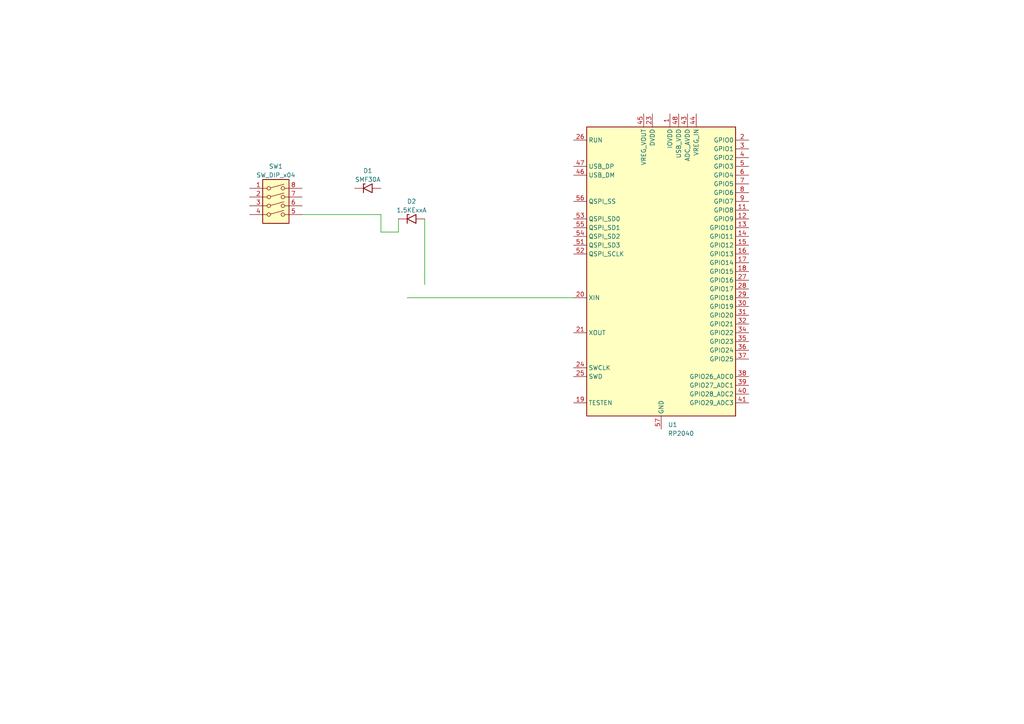
<source format=kicad_sch>
(kicad_sch (version 20230121) (generator eeschema)
  (paper "A4")
  (lib_symbols
    (symbol "Diode:1.5KExxA" (pin_numbers hide) (pin_names (offset 1.016) hide)
      (property "Reference" "D" (at 0 2.54 0))
      (property "Value" "1.5KExxA" (at 0 -2.54 0))
      (symbol "1.5KExxA_0_1"
        (polyline (pts (xy -0.762 1.27) (xy -1.27 1.27) (xy -1.27 -1.27)) (stroke (width 0.254)))
        (polyline (pts (xy 1.27 1.27) (xy 1.27 -1.27) (xy -1.27 0) (xy 1.27 1.27)) (stroke (width 0.254)))
      )
      (symbol "1.5KExxA_1_1"
        (pin passive line (at -3.81 0 0) (length 2.54) (name "A1") (number "1"))
        (pin passive line (at 3.81 0 180) (length 2.54) (name "A2") (number "2"))
      )
    )
    (symbol "Diode:SMF30A" (pin_numbers hide) (pin_names (offset 1.016) hide)
      (property "Reference" "D" (at 0 2.54 0))
      (property "Value" "SMF30A" (at 0 -2.54 0))
      (symbol "SMF30A_0_1"
        (polyline (pts (xy -0.762 1.27) (xy -1.27 1.27) (xy -1.27 -1.27)) (stroke (width 0.254)))
        (polyline (pts (xy 1.27 1.27) (xy 1.27 -1.27) (xy -1.27 0) (xy 1.27 1.27)) (stroke (width 0.254)))
      )
      (symbol "SMF30A_1_1"
        (pin passive line (at -3.81 0 0) (length 2.54) (name "A1") (number "1"))
        (pin passive line (at 3.81 0 180) (length 2.54) (name "A2") (number "2"))
      )
    )
    (symbol "MCU_RaspberryPi:RP2040"
      (property "Reference" "U" (at 17.78 45.72 0))
      (property "Value" "RP2040" (at 17.78 43.18 0))
      (symbol "RP2040_0_1"
        (rectangle (start -21.59 41.91) (end 21.59 -41.91) (stroke (width 0.254)) (fill (type background)))
      )
      (symbol "RP2040_1_1"
        (pin power_in line (at 2.54 45.72 270) (length 3.81) (name "IOVDD") (number "1"))
        (pin passive line (at 2.54 45.72 270) (length 3.81) hide (name "IOVDD") (number "10"))
        (pin bidirectional line (at 25.4 17.78 180) (length 3.81) (name "GPIO8") (number "11"))
        (pin bidirectional line (at 25.4 15.24 180) (length 3.81) (name "GPIO9") (number "12"))
        (pin bidirectional line (at 25.4 12.7 180) (length 3.81) (name "GPIO10") (number "13"))
        (pin bidirectional line (at 25.4 10.16 180) (length 3.81) (name "GPIO11") (number "14"))
        (pin bidirectional line (at 25.4 7.62 180) (length 3.81) (name "GPIO12") (number "15"))
        (pin bidirectional line (at 25.4 5.08 180) (length 3.81) (name "GPIO13") (number "16"))
        (pin bidirectional line (at 25.4 2.54 180) (length 3.81) (name "GPIO14") (number "17"))
        (pin bidirectional line (at 25.4 0 180) (length 3.81) (name "GPIO15") (number "18"))
        (pin input line (at -25.4 -38.1 0) (length 3.81) (name "TESTEN") (number "19"))
        (pin bidirectional line (at 25.4 38.1 180) (length 3.81) (name "GPIO0") (number "2"))
        (pin input line (at -25.4 -7.62 0) (length 3.81) (name "XIN") (number "20"))
        (pin passive line (at -25.4 -17.78 0) (length 3.81) (name "XOUT") (number "21"))
        (pin passive line (at 2.54 45.72 270) (length 3.81) hide (name "IOVDD") (number "22"))
        (pin power_in line (at -2.54 45.72 270) (length 3.81) (name "DVDD") (number "23"))
        (pin output line (at -25.4 -27.94 0) (length 3.81) (name "SWCLK") (number "24"))
        (pin bidirectional line (at -25.4 -30.48 0) (length 3.81) (name "SWD") (number "25"))
        (pin input line (at -25.4 38.1 0) (length 3.81) (name "RUN") (number "26"))
        (pin bidirectional line (at 25.4 -2.54 180) (length 3.81) (name "GPIO16") (number "27"))
        (pin bidirectional line (at 25.4 -5.08 180) (length 3.81) (name "GPIO17") (number "28"))
        (pin bidirectional line (at 25.4 -7.62 180) (length 3.81) (name "GPIO18") (number "29"))
        (pin bidirectional line (at 25.4 35.56 180) (length 3.81) (name "GPIO1") (number "3"))
        (pin bidirectional line (at 25.4 -10.16 180) (length 3.81) (name "GPIO19") (number "30"))
        (pin bidirectional line (at 25.4 -12.7 180) (length 3.81) (name "GPIO20") (number "31"))
        (pin bidirectional line (at 25.4 -15.24 180) (length 3.81) (name "GPIO21") (number "32"))
        (pin passive line (at 2.54 45.72 270) (length 3.81) hide (name "IOVDD") (number "33"))
        (pin bidirectional line (at 25.4 -17.78 180) (length 3.81) (name "GPIO22") (number "34"))
        (pin bidirectional line (at 25.4 -20.32 180) (length 3.81) (name "GPIO23") (number "35"))
        (pin bidirectional line (at 25.4 -22.86 180) (length 3.81) (name "GPIO24") (number "36"))
        (pin bidirectional line (at 25.4 -25.4 180) (length 3.81) (name "GPIO25") (number "37"))
        (pin bidirectional line (at 25.4 -30.48 180) (length 3.81) (name "GPIO26_ADC0") (number "38"))
        (pin bidirectional line (at 25.4 -33.02 180) (length 3.81) (name "GPIO27_ADC1") (number "39"))
        (pin bidirectional line (at 25.4 33.02 180) (length 3.81) (name "GPIO2") (number "4"))
        (pin bidirectional line (at 25.4 -35.56 180) (length 3.81) (name "GPIO28_ADC2") (number "40"))
        (pin bidirectional line (at 25.4 -38.1 180) (length 3.81) (name "GPIO29_ADC3") (number "41"))
        (pin passive line (at 2.54 45.72 270) (length 3.81) hide (name "IOVDD") (number "42"))
        (pin power_in line (at 7.62 45.72 270) (length 3.81) (name "ADC_AVDD") (number "43"))
        (pin power_in line (at 10.16 45.72 270) (length 3.81) (name "VREG_IN") (number "44"))
        (pin power_out line (at -5.08 45.72 270) (length 3.81) (name "VREG_VOUT") (number "45"))
        (pin bidirectional line (at -25.4 27.94 0) (length 3.81) (name "USB_DM") (number "46"))
        (pin bidirectional line (at -25.4 30.48 0) (length 3.81) (name "USB_DP") (number "47"))
        (pin power_in line (at 5.08 45.72 270) (length 3.81) (name "USB_VDD") (number "48"))
        (pin passive line (at 2.54 45.72 270) (length 3.81) hide (name "IOVDD") (number "49"))
        (pin bidirectional line (at 25.4 30.48 180) (length 3.81) (name "GPIO3") (number "5"))
        (pin passive line (at -2.54 45.72 270) (length 3.81) hide (name "DVDD") (number "50"))
        (pin bidirectional line (at -25.4 7.62 0) (length 3.81) (name "QSPI_SD3") (number "51"))
        (pin output line (at -25.4 5.08 0) (length 3.81) (name "QSPI_SCLK") (number "52"))
        (pin bidirectional line (at -25.4 15.24 0) (length 3.81) (name "QSPI_SD0") (number "53"))
        (pin bidirectional line (at -25.4 10.16 0) (length 3.81) (name "QSPI_SD2") (number "54"))
        (pin bidirectional line (at -25.4 12.7 0) (length 3.81) (name "QSPI_SD1") (number "55"))
        (pin bidirectional line (at -25.4 20.32 0) (length 3.81) (name "QSPI_SS") (number "56"))
        (pin power_in line (at 0 -45.72 90) (length 3.81) (name "GND") (number "57"))
        (pin bidirectional line (at 25.4 27.94 180) (length 3.81) (name "GPIO4") (number "6"))
        (pin bidirectional line (at 25.4 25.4 180) (length 3.81) (name "GPIO5") (number "7"))
        (pin bidirectional line (at 25.4 22.86 180) (length 3.81) (name "GPIO6") (number "8"))
        (pin bidirectional line (at 25.4 20.32 180) (length 3.81) (name "GPIO7") (number "9"))
      )
    )
    (symbol "Switch:SW_DIP_x04" (pin_names (offset 0) hide)
      (property "Reference" "SW" (at 0 8.89 0))
      (property "Value" "SW_DIP_x04" (at 0 -6.35 0))
      (symbol "SW_DIP_x04_0_0"
        (circle (center -2.032 -2.54) (radius 0.508))
        (circle (center -2.032 0) (radius 0.508))
        (circle (center -2.032 2.54) (radius 0.508))
        (circle (center -2.032 5.08) (radius 0.508))
        (polyline (pts (xy -1.524 -2.3876) (xy 2.3622 -1.3462)))
        (polyline (pts (xy -1.524 0.127) (xy 2.3622 1.1684)))
        (polyline (pts (xy -1.524 2.667) (xy 2.3622 3.7084)))
        (polyline (pts (xy -1.524 5.207) (xy 2.3622 6.2484)))
        (circle (center 2.032 -2.54) (radius 0.508))
        (circle (center 2.032 0) (radius 0.508))
        (circle (center 2.032 2.54) (radius 0.508))
        (circle (center 2.032 5.08) (radius 0.508))
      )
      (symbol "SW_DIP_x04_0_1"
        (rectangle (start -3.81 7.62) (end 3.81 -5.08) (stroke (width 0.254)) (fill (type background)))
      )
      (symbol "SW_DIP_x04_1_1"
        (pin passive line (at -7.62 5.08 0) (length 5.08) (name "~") (number "1"))
        (pin passive line (at -7.62 2.54 0) (length 5.08) (name "~") (number "2"))
        (pin passive line (at -7.62 0 0) (length 5.08) (name "~") (number "3"))
        (pin passive line (at -7.62 -2.54 0) (length 5.08) (name "~") (number "4"))
        (pin passive line (at 7.62 -2.54 180) (length 5.08) (name "~") (number "5"))
        (pin passive line (at 7.62 0 180) (length 5.08) (name "~") (number "6"))
        (pin passive line (at 7.62 2.54 180) (length 5.08) (name "~") (number "7"))
        (pin passive line (at 7.62 5.08 180) (length 5.08) (name "~") (number "8"))
      )
    )
  )
  (wire (pts (xy 110.49 67.31) (xy 115.57 67.31)))
  (wire (pts (xy 87.63 62.23) (xy 110.49 62.23)))
  (wire (pts (xy 123.19 82.55) (xy 123.19 63.5)))
  (wire (pts (xy 110.49 67.31) (xy 110.49 62.23)))
  (wire (pts (xy 166.37 86.36) (xy 118.11 86.36)))
  (wire (pts (xy 115.57 67.31) (xy 115.57 63.5)))
  (symbol (lib_id "Switch:SW_DIP_x04") (at 80.01 59.69 0) (unit 1)
    (property "Reference" "SW1" (at 80.01 48.26 0))
    (property "Value" "SW_DIP_x04" (at 80.01 50.8 0))
  )
  (symbol (lib_id "Diode:SMF30A") (at 106.68 54.61 0) (unit 1)
    (property "Reference" "D1" (at 106.68 49.53 0))
    (property "Value" "SMF30A" (at 106.68 52.07 0))
    (property "Footprint" "Diode_SMD:D_SMF" (effects hide))
    (property "Datasheet" "https://www.vishay.com/doc?85881" (effects hide))
  )
  (symbol (lib_id "Diode:1.5KExxA") (at 119.38 63.5 0) (unit 1)
    (property "Reference" "D2" (at 119.38 58.42 0))
    (property "Value" "1.5KExxA" (at 119.38 60.96 0))
    (property "Footprint" "Diode_THT:D_DO-201AE_P15.24mm_Horizontal" (effects hide))
    (property "Datasheet" "https://www.vishay.com/docs/88301/15ke.pdf" (effects hide))
  )
  (symbol (lib_id "MCU_RaspberryPi:RP2040") (at 191.77 78.74 0) (unit 1)
    (property "Reference" "U1" (at 193.7259 123.19 0) (effects (justify left)))
    (property "Value" "RP2040" (at 193.7259 125.73 0) (effects (justify left)))
    (property "Footprint" "Package_DFN_QFN:QFN-56-1EP_7x7mm_P0.4mm_EP3.2x3.2mm" (effects hide))
    (property "Datasheet" "https://datasheets.raspberrypi.com/rp2040/rp2040-datasheet.pdf" (effects hide))
  )
)
</source>
